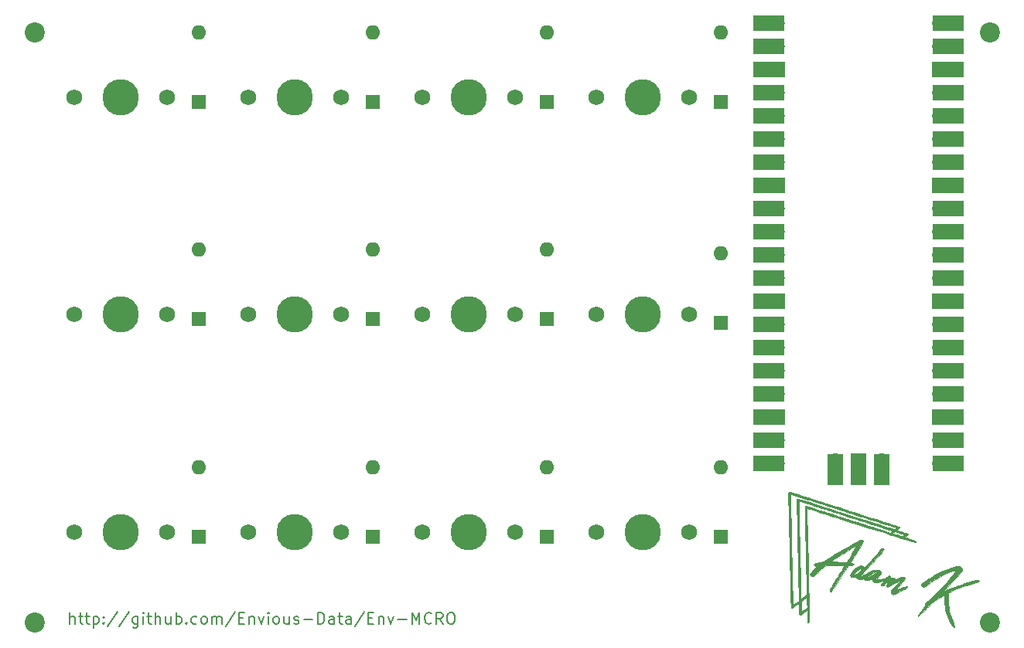
<source format=gts>
G04 #@! TF.GenerationSoftware,KiCad,Pcbnew,(5.1.9)-1*
G04 #@! TF.CreationDate,2021-05-03T11:05:32+01:00*
G04 #@! TF.ProjectId,EnvMCRO,456e764d-4352-44f2-9e6b-696361645f70,rev?*
G04 #@! TF.SameCoordinates,Original*
G04 #@! TF.FileFunction,Soldermask,Top*
G04 #@! TF.FilePolarity,Negative*
%FSLAX46Y46*%
G04 Gerber Fmt 4.6, Leading zero omitted, Abs format (unit mm)*
G04 Created by KiCad (PCBNEW (5.1.9)-1) date 2021-05-03 11:05:32*
%MOMM*%
%LPD*%
G01*
G04 APERTURE LIST*
%ADD10C,0.153000*%
%ADD11C,0.010000*%
%ADD12O,1.700000X1.700000*%
%ADD13R,1.700000X1.700000*%
%ADD14R,3.500000X1.700000*%
%ADD15R,1.700000X3.500000*%
%ADD16C,2.200000*%
%ADD17C,3.987800*%
%ADD18C,1.750000*%
%ADD19O,1.600000X1.600000*%
%ADD20R,1.600000X1.600000*%
G04 APERTURE END LIST*
D10*
X69787069Y-106140476D02*
X69787069Y-104890476D01*
X70322783Y-106140476D02*
X70322783Y-105485714D01*
X70263259Y-105366666D01*
X70144211Y-105307142D01*
X69965640Y-105307142D01*
X69846592Y-105366666D01*
X69787069Y-105426190D01*
X70739450Y-105307142D02*
X71215640Y-105307142D01*
X70918021Y-104890476D02*
X70918021Y-105961904D01*
X70977545Y-106080952D01*
X71096592Y-106140476D01*
X71215640Y-106140476D01*
X71453735Y-105307142D02*
X71929926Y-105307142D01*
X71632307Y-104890476D02*
X71632307Y-105961904D01*
X71691830Y-106080952D01*
X71810878Y-106140476D01*
X71929926Y-106140476D01*
X72346592Y-105307142D02*
X72346592Y-106557142D01*
X72346592Y-105366666D02*
X72465640Y-105307142D01*
X72703735Y-105307142D01*
X72822783Y-105366666D01*
X72882307Y-105426190D01*
X72941830Y-105545238D01*
X72941830Y-105902380D01*
X72882307Y-106021428D01*
X72822783Y-106080952D01*
X72703735Y-106140476D01*
X72465640Y-106140476D01*
X72346592Y-106080952D01*
X73477545Y-106021428D02*
X73537069Y-106080952D01*
X73477545Y-106140476D01*
X73418021Y-106080952D01*
X73477545Y-106021428D01*
X73477545Y-106140476D01*
X73477545Y-105366666D02*
X73537069Y-105426190D01*
X73477545Y-105485714D01*
X73418021Y-105426190D01*
X73477545Y-105366666D01*
X73477545Y-105485714D01*
X74965640Y-104830952D02*
X73894211Y-106438095D01*
X76275164Y-104830952D02*
X75203735Y-106438095D01*
X77227545Y-105307142D02*
X77227545Y-106319047D01*
X77168021Y-106438095D01*
X77108497Y-106497619D01*
X76989450Y-106557142D01*
X76810878Y-106557142D01*
X76691830Y-106497619D01*
X77227545Y-106080952D02*
X77108497Y-106140476D01*
X76870402Y-106140476D01*
X76751354Y-106080952D01*
X76691830Y-106021428D01*
X76632307Y-105902380D01*
X76632307Y-105545238D01*
X76691830Y-105426190D01*
X76751354Y-105366666D01*
X76870402Y-105307142D01*
X77108497Y-105307142D01*
X77227545Y-105366666D01*
X77822783Y-106140476D02*
X77822783Y-105307142D01*
X77822783Y-104890476D02*
X77763259Y-104950000D01*
X77822783Y-105009523D01*
X77882307Y-104950000D01*
X77822783Y-104890476D01*
X77822783Y-105009523D01*
X78239450Y-105307142D02*
X78715640Y-105307142D01*
X78418021Y-104890476D02*
X78418021Y-105961904D01*
X78477545Y-106080952D01*
X78596592Y-106140476D01*
X78715640Y-106140476D01*
X79132307Y-106140476D02*
X79132307Y-104890476D01*
X79668021Y-106140476D02*
X79668021Y-105485714D01*
X79608497Y-105366666D01*
X79489450Y-105307142D01*
X79310878Y-105307142D01*
X79191830Y-105366666D01*
X79132307Y-105426190D01*
X80798973Y-105307142D02*
X80798973Y-106140476D01*
X80263259Y-105307142D02*
X80263259Y-105961904D01*
X80322783Y-106080952D01*
X80441830Y-106140476D01*
X80620402Y-106140476D01*
X80739450Y-106080952D01*
X80798973Y-106021428D01*
X81394211Y-106140476D02*
X81394211Y-104890476D01*
X81394211Y-105366666D02*
X81513259Y-105307142D01*
X81751354Y-105307142D01*
X81870402Y-105366666D01*
X81929926Y-105426190D01*
X81989450Y-105545238D01*
X81989450Y-105902380D01*
X81929926Y-106021428D01*
X81870402Y-106080952D01*
X81751354Y-106140476D01*
X81513259Y-106140476D01*
X81394211Y-106080952D01*
X82525164Y-106021428D02*
X82584688Y-106080952D01*
X82525164Y-106140476D01*
X82465640Y-106080952D01*
X82525164Y-106021428D01*
X82525164Y-106140476D01*
X83656116Y-106080952D02*
X83537069Y-106140476D01*
X83298973Y-106140476D01*
X83179926Y-106080952D01*
X83120402Y-106021428D01*
X83060878Y-105902380D01*
X83060878Y-105545238D01*
X83120402Y-105426190D01*
X83179926Y-105366666D01*
X83298973Y-105307142D01*
X83537069Y-105307142D01*
X83656116Y-105366666D01*
X84370402Y-106140476D02*
X84251354Y-106080952D01*
X84191830Y-106021428D01*
X84132307Y-105902380D01*
X84132307Y-105545238D01*
X84191830Y-105426190D01*
X84251354Y-105366666D01*
X84370402Y-105307142D01*
X84548973Y-105307142D01*
X84668021Y-105366666D01*
X84727545Y-105426190D01*
X84787069Y-105545238D01*
X84787069Y-105902380D01*
X84727545Y-106021428D01*
X84668021Y-106080952D01*
X84548973Y-106140476D01*
X84370402Y-106140476D01*
X85322783Y-106140476D02*
X85322783Y-105307142D01*
X85322783Y-105426190D02*
X85382307Y-105366666D01*
X85501354Y-105307142D01*
X85679926Y-105307142D01*
X85798973Y-105366666D01*
X85858497Y-105485714D01*
X85858497Y-106140476D01*
X85858497Y-105485714D02*
X85918021Y-105366666D01*
X86037069Y-105307142D01*
X86215640Y-105307142D01*
X86334688Y-105366666D01*
X86394211Y-105485714D01*
X86394211Y-106140476D01*
X87882307Y-104830952D02*
X86810878Y-106438095D01*
X88298973Y-105485714D02*
X88715640Y-105485714D01*
X88894211Y-106140476D02*
X88298973Y-106140476D01*
X88298973Y-104890476D01*
X88894211Y-104890476D01*
X89429926Y-105307142D02*
X89429926Y-106140476D01*
X89429926Y-105426190D02*
X89489450Y-105366666D01*
X89608497Y-105307142D01*
X89787069Y-105307142D01*
X89906116Y-105366666D01*
X89965640Y-105485714D01*
X89965640Y-106140476D01*
X90441830Y-105307142D02*
X90739450Y-106140476D01*
X91037069Y-105307142D01*
X91513259Y-106140476D02*
X91513259Y-105307142D01*
X91513259Y-104890476D02*
X91453735Y-104950000D01*
X91513259Y-105009523D01*
X91572783Y-104950000D01*
X91513259Y-104890476D01*
X91513259Y-105009523D01*
X92287069Y-106140476D02*
X92168021Y-106080952D01*
X92108497Y-106021428D01*
X92048973Y-105902380D01*
X92048973Y-105545238D01*
X92108497Y-105426190D01*
X92168021Y-105366666D01*
X92287069Y-105307142D01*
X92465640Y-105307142D01*
X92584688Y-105366666D01*
X92644211Y-105426190D01*
X92703735Y-105545238D01*
X92703735Y-105902380D01*
X92644211Y-106021428D01*
X92584688Y-106080952D01*
X92465640Y-106140476D01*
X92287069Y-106140476D01*
X93775164Y-105307142D02*
X93775164Y-106140476D01*
X93239450Y-105307142D02*
X93239450Y-105961904D01*
X93298973Y-106080952D01*
X93418021Y-106140476D01*
X93596592Y-106140476D01*
X93715640Y-106080952D01*
X93775164Y-106021428D01*
X94310878Y-106080952D02*
X94429926Y-106140476D01*
X94668021Y-106140476D01*
X94787069Y-106080952D01*
X94846592Y-105961904D01*
X94846592Y-105902380D01*
X94787069Y-105783333D01*
X94668021Y-105723809D01*
X94489450Y-105723809D01*
X94370402Y-105664285D01*
X94310878Y-105545238D01*
X94310878Y-105485714D01*
X94370402Y-105366666D01*
X94489450Y-105307142D01*
X94668021Y-105307142D01*
X94787069Y-105366666D01*
X95382307Y-105664285D02*
X96334688Y-105664285D01*
X96929926Y-106140476D02*
X96929926Y-104890476D01*
X97227545Y-104890476D01*
X97406116Y-104950000D01*
X97525164Y-105069047D01*
X97584688Y-105188095D01*
X97644211Y-105426190D01*
X97644211Y-105604761D01*
X97584688Y-105842857D01*
X97525164Y-105961904D01*
X97406116Y-106080952D01*
X97227545Y-106140476D01*
X96929926Y-106140476D01*
X98715640Y-106140476D02*
X98715640Y-105485714D01*
X98656116Y-105366666D01*
X98537069Y-105307142D01*
X98298973Y-105307142D01*
X98179926Y-105366666D01*
X98715640Y-106080952D02*
X98596592Y-106140476D01*
X98298973Y-106140476D01*
X98179926Y-106080952D01*
X98120402Y-105961904D01*
X98120402Y-105842857D01*
X98179926Y-105723809D01*
X98298973Y-105664285D01*
X98596592Y-105664285D01*
X98715640Y-105604761D01*
X99132307Y-105307142D02*
X99608497Y-105307142D01*
X99310878Y-104890476D02*
X99310878Y-105961904D01*
X99370402Y-106080952D01*
X99489450Y-106140476D01*
X99608497Y-106140476D01*
X100560878Y-106140476D02*
X100560878Y-105485714D01*
X100501354Y-105366666D01*
X100382307Y-105307142D01*
X100144211Y-105307142D01*
X100025164Y-105366666D01*
X100560878Y-106080952D02*
X100441830Y-106140476D01*
X100144211Y-106140476D01*
X100025164Y-106080952D01*
X99965640Y-105961904D01*
X99965640Y-105842857D01*
X100025164Y-105723809D01*
X100144211Y-105664285D01*
X100441830Y-105664285D01*
X100560878Y-105604761D01*
X102048973Y-104830952D02*
X100977545Y-106438095D01*
X102465640Y-105485714D02*
X102882307Y-105485714D01*
X103060878Y-106140476D02*
X102465640Y-106140476D01*
X102465640Y-104890476D01*
X103060878Y-104890476D01*
X103596592Y-105307142D02*
X103596592Y-106140476D01*
X103596592Y-105426190D02*
X103656116Y-105366666D01*
X103775164Y-105307142D01*
X103953735Y-105307142D01*
X104072783Y-105366666D01*
X104132307Y-105485714D01*
X104132307Y-106140476D01*
X104608497Y-105307142D02*
X104906116Y-106140476D01*
X105203735Y-105307142D01*
X105679926Y-105664285D02*
X106632307Y-105664285D01*
X107227545Y-106140476D02*
X107227545Y-104890476D01*
X107644211Y-105783333D01*
X108060878Y-104890476D01*
X108060878Y-106140476D01*
X109370402Y-106021428D02*
X109310878Y-106080952D01*
X109132307Y-106140476D01*
X109013259Y-106140476D01*
X108834688Y-106080952D01*
X108715640Y-105961904D01*
X108656116Y-105842857D01*
X108596592Y-105604761D01*
X108596592Y-105426190D01*
X108656116Y-105188095D01*
X108715640Y-105069047D01*
X108834688Y-104950000D01*
X109013259Y-104890476D01*
X109132307Y-104890476D01*
X109310878Y-104950000D01*
X109370402Y-105009523D01*
X110620402Y-106140476D02*
X110203735Y-105545238D01*
X109906116Y-106140476D02*
X109906116Y-104890476D01*
X110382307Y-104890476D01*
X110501354Y-104950000D01*
X110560878Y-105009523D01*
X110620402Y-105128571D01*
X110620402Y-105307142D01*
X110560878Y-105426190D01*
X110501354Y-105485714D01*
X110382307Y-105545238D01*
X109906116Y-105545238D01*
X111394211Y-104890476D02*
X111632307Y-104890476D01*
X111751354Y-104950000D01*
X111870402Y-105069047D01*
X111929926Y-105307142D01*
X111929926Y-105723809D01*
X111870402Y-105961904D01*
X111751354Y-106080952D01*
X111632307Y-106140476D01*
X111394211Y-106140476D01*
X111275164Y-106080952D01*
X111156116Y-105961904D01*
X111096592Y-105723809D01*
X111096592Y-105307142D01*
X111156116Y-105069047D01*
X111275164Y-104950000D01*
X111394211Y-104890476D01*
D11*
G36*
X167137117Y-99820468D02*
G01*
X167160826Y-99827610D01*
X167296348Y-99900907D01*
X167404379Y-99998605D01*
X167462360Y-100098513D01*
X167466667Y-100128453D01*
X167442226Y-100247816D01*
X167366543Y-100397750D01*
X167236070Y-100583064D01*
X167047264Y-100808569D01*
X166796580Y-101079075D01*
X166670487Y-101208790D01*
X166426278Y-101459052D01*
X166195302Y-101699344D01*
X165984621Y-101922015D01*
X165801300Y-102119410D01*
X165652401Y-102283879D01*
X165544988Y-102407767D01*
X165486124Y-102483422D01*
X165477000Y-102501864D01*
X165486062Y-102511223D01*
X165519426Y-102508368D01*
X165586360Y-102490235D01*
X165696133Y-102453762D01*
X165858013Y-102395884D01*
X166081267Y-102313540D01*
X166344833Y-102215041D01*
X166691282Y-102086572D01*
X167056652Y-101953595D01*
X167416801Y-101824743D01*
X167747589Y-101708650D01*
X168024872Y-101613949D01*
X168038167Y-101609508D01*
X168161282Y-101570347D01*
X168338640Y-101516267D01*
X168543007Y-101455377D01*
X168747151Y-101395787D01*
X168923839Y-101345606D01*
X168931507Y-101343478D01*
X169072544Y-101322503D01*
X169184402Y-101336881D01*
X169256031Y-101376224D01*
X169276378Y-101430140D01*
X169234392Y-101488241D01*
X169135374Y-101535138D01*
X169039785Y-101568118D01*
X168891691Y-101621793D01*
X168717621Y-101686496D01*
X168652000Y-101711274D01*
X168449843Y-101781614D01*
X168238201Y-101845083D01*
X168056491Y-101890058D01*
X168024177Y-101896366D01*
X167773164Y-101955997D01*
X167469779Y-102050739D01*
X167134713Y-102172921D01*
X166788658Y-102314869D01*
X166452304Y-102468913D01*
X166368082Y-102510456D01*
X165891842Y-102749299D01*
X165923937Y-102905566D01*
X165935082Y-103005501D01*
X165943002Y-103169123D01*
X165947083Y-103375488D01*
X165946708Y-103603658D01*
X165945970Y-103654500D01*
X165949314Y-104038094D01*
X165975906Y-104390501D01*
X166029935Y-104730408D01*
X166115591Y-105076505D01*
X166237065Y-105447479D01*
X166398547Y-105862020D01*
X166488829Y-106075763D01*
X166551469Y-106229263D01*
X166597834Y-106358209D01*
X166619407Y-106438541D01*
X166620000Y-106446179D01*
X166595646Y-106505803D01*
X166532751Y-106506174D01*
X166446561Y-106453426D01*
X166352326Y-106353691D01*
X166336301Y-106332083D01*
X166166911Y-106058324D01*
X166000600Y-105721085D01*
X165845754Y-105341384D01*
X165710759Y-104940242D01*
X165603999Y-104538678D01*
X165583698Y-104445482D01*
X165553498Y-104245913D01*
X165531693Y-103990254D01*
X165520417Y-103706850D01*
X165519333Y-103590731D01*
X165516288Y-103378276D01*
X165507904Y-103202117D01*
X165495313Y-103077939D01*
X165479643Y-103021426D01*
X165478243Y-103020268D01*
X165437387Y-103014769D01*
X165366759Y-103036734D01*
X165258098Y-103090599D01*
X165103142Y-103180801D01*
X164893630Y-103311777D01*
X164686589Y-103445379D01*
X164511812Y-103563624D01*
X164343251Y-103688383D01*
X164171567Y-103828149D01*
X163987419Y-103991415D01*
X163781465Y-104186674D01*
X163544365Y-104422419D01*
X163266778Y-104707143D01*
X163048202Y-104935083D01*
X162879197Y-105105095D01*
X162749341Y-105221021D01*
X162662276Y-105280695D01*
X162621644Y-105281953D01*
X162631089Y-105222627D01*
X162656585Y-105167917D01*
X162704250Y-105090890D01*
X162791508Y-104963262D01*
X162906616Y-104801756D01*
X163037829Y-104623097D01*
X163059839Y-104593629D01*
X163207510Y-104391787D01*
X163308062Y-104241560D01*
X163368967Y-104129846D01*
X163397696Y-104043543D01*
X163402667Y-103992459D01*
X163408244Y-103927864D01*
X163432190Y-103867846D01*
X163485325Y-103799861D01*
X163578468Y-103711362D01*
X163722438Y-103589805D01*
X163815417Y-103513885D01*
X163985338Y-103367086D01*
X164200086Y-103167871D01*
X164448670Y-102927484D01*
X164720095Y-102657168D01*
X165003368Y-102368167D01*
X165287498Y-102071723D01*
X165561490Y-101779082D01*
X165814352Y-101501485D01*
X166035091Y-101250177D01*
X166078561Y-101199167D01*
X166311521Y-100916349D01*
X166484009Y-100689112D01*
X166597316Y-100515127D01*
X166652734Y-100392064D01*
X166651556Y-100317595D01*
X166595072Y-100289390D01*
X166583407Y-100289000D01*
X166494828Y-100305774D01*
X166347126Y-100351475D01*
X166157876Y-100419169D01*
X165944653Y-100501923D01*
X165725031Y-100592805D01*
X165516587Y-100684881D01*
X165336894Y-100771218D01*
X165265333Y-100808960D01*
X164650884Y-101165127D01*
X164081143Y-101535852D01*
X163539400Y-101929417D01*
X163385963Y-102038611D01*
X163273808Y-102093299D01*
X163182806Y-102097261D01*
X163092828Y-102054276D01*
X163048542Y-102021594D01*
X162967810Y-101943609D01*
X162941832Y-101870405D01*
X162975666Y-101791968D01*
X163074369Y-101698285D01*
X163243000Y-101579341D01*
X163286074Y-101551311D01*
X163476054Y-101427799D01*
X163675730Y-101296406D01*
X163850162Y-101180166D01*
X163894943Y-101149930D01*
X164186334Y-100964096D01*
X164508980Y-100778873D01*
X164852685Y-100598390D01*
X165207256Y-100426774D01*
X165562496Y-100268153D01*
X165908212Y-100126654D01*
X166234209Y-100006406D01*
X166530293Y-99911535D01*
X166786269Y-99846170D01*
X166991941Y-99814439D01*
X167137117Y-99820468D01*
G37*
X167137117Y-99820468D02*
X167160826Y-99827610D01*
X167296348Y-99900907D01*
X167404379Y-99998605D01*
X167462360Y-100098513D01*
X167466667Y-100128453D01*
X167442226Y-100247816D01*
X167366543Y-100397750D01*
X167236070Y-100583064D01*
X167047264Y-100808569D01*
X166796580Y-101079075D01*
X166670487Y-101208790D01*
X166426278Y-101459052D01*
X166195302Y-101699344D01*
X165984621Y-101922015D01*
X165801300Y-102119410D01*
X165652401Y-102283879D01*
X165544988Y-102407767D01*
X165486124Y-102483422D01*
X165477000Y-102501864D01*
X165486062Y-102511223D01*
X165519426Y-102508368D01*
X165586360Y-102490235D01*
X165696133Y-102453762D01*
X165858013Y-102395884D01*
X166081267Y-102313540D01*
X166344833Y-102215041D01*
X166691282Y-102086572D01*
X167056652Y-101953595D01*
X167416801Y-101824743D01*
X167747589Y-101708650D01*
X168024872Y-101613949D01*
X168038167Y-101609508D01*
X168161282Y-101570347D01*
X168338640Y-101516267D01*
X168543007Y-101455377D01*
X168747151Y-101395787D01*
X168923839Y-101345606D01*
X168931507Y-101343478D01*
X169072544Y-101322503D01*
X169184402Y-101336881D01*
X169256031Y-101376224D01*
X169276378Y-101430140D01*
X169234392Y-101488241D01*
X169135374Y-101535138D01*
X169039785Y-101568118D01*
X168891691Y-101621793D01*
X168717621Y-101686496D01*
X168652000Y-101711274D01*
X168449843Y-101781614D01*
X168238201Y-101845083D01*
X168056491Y-101890058D01*
X168024177Y-101896366D01*
X167773164Y-101955997D01*
X167469779Y-102050739D01*
X167134713Y-102172921D01*
X166788658Y-102314869D01*
X166452304Y-102468913D01*
X166368082Y-102510456D01*
X165891842Y-102749299D01*
X165923937Y-102905566D01*
X165935082Y-103005501D01*
X165943002Y-103169123D01*
X165947083Y-103375488D01*
X165946708Y-103603658D01*
X165945970Y-103654500D01*
X165949314Y-104038094D01*
X165975906Y-104390501D01*
X166029935Y-104730408D01*
X166115591Y-105076505D01*
X166237065Y-105447479D01*
X166398547Y-105862020D01*
X166488829Y-106075763D01*
X166551469Y-106229263D01*
X166597834Y-106358209D01*
X166619407Y-106438541D01*
X166620000Y-106446179D01*
X166595646Y-106505803D01*
X166532751Y-106506174D01*
X166446561Y-106453426D01*
X166352326Y-106353691D01*
X166336301Y-106332083D01*
X166166911Y-106058324D01*
X166000600Y-105721085D01*
X165845754Y-105341384D01*
X165710759Y-104940242D01*
X165603999Y-104538678D01*
X165583698Y-104445482D01*
X165553498Y-104245913D01*
X165531693Y-103990254D01*
X165520417Y-103706850D01*
X165519333Y-103590731D01*
X165516288Y-103378276D01*
X165507904Y-103202117D01*
X165495313Y-103077939D01*
X165479643Y-103021426D01*
X165478243Y-103020268D01*
X165437387Y-103014769D01*
X165366759Y-103036734D01*
X165258098Y-103090599D01*
X165103142Y-103180801D01*
X164893630Y-103311777D01*
X164686589Y-103445379D01*
X164511812Y-103563624D01*
X164343251Y-103688383D01*
X164171567Y-103828149D01*
X163987419Y-103991415D01*
X163781465Y-104186674D01*
X163544365Y-104422419D01*
X163266778Y-104707143D01*
X163048202Y-104935083D01*
X162879197Y-105105095D01*
X162749341Y-105221021D01*
X162662276Y-105280695D01*
X162621644Y-105281953D01*
X162631089Y-105222627D01*
X162656585Y-105167917D01*
X162704250Y-105090890D01*
X162791508Y-104963262D01*
X162906616Y-104801756D01*
X163037829Y-104623097D01*
X163059839Y-104593629D01*
X163207510Y-104391787D01*
X163308062Y-104241560D01*
X163368967Y-104129846D01*
X163397696Y-104043543D01*
X163402667Y-103992459D01*
X163408244Y-103927864D01*
X163432190Y-103867846D01*
X163485325Y-103799861D01*
X163578468Y-103711362D01*
X163722438Y-103589805D01*
X163815417Y-103513885D01*
X163985338Y-103367086D01*
X164200086Y-103167871D01*
X164448670Y-102927484D01*
X164720095Y-102657168D01*
X165003368Y-102368167D01*
X165287498Y-102071723D01*
X165561490Y-101779082D01*
X165814352Y-101501485D01*
X166035091Y-101250177D01*
X166078561Y-101199167D01*
X166311521Y-100916349D01*
X166484009Y-100689112D01*
X166597316Y-100515127D01*
X166652734Y-100392064D01*
X166651556Y-100317595D01*
X166595072Y-100289390D01*
X166583407Y-100289000D01*
X166494828Y-100305774D01*
X166347126Y-100351475D01*
X166157876Y-100419169D01*
X165944653Y-100501923D01*
X165725031Y-100592805D01*
X165516587Y-100684881D01*
X165336894Y-100771218D01*
X165265333Y-100808960D01*
X164650884Y-101165127D01*
X164081143Y-101535852D01*
X163539400Y-101929417D01*
X163385963Y-102038611D01*
X163273808Y-102093299D01*
X163182806Y-102097261D01*
X163092828Y-102054276D01*
X163048542Y-102021594D01*
X162967810Y-101943609D01*
X162941832Y-101870405D01*
X162975666Y-101791968D01*
X163074369Y-101698285D01*
X163243000Y-101579341D01*
X163286074Y-101551311D01*
X163476054Y-101427799D01*
X163675730Y-101296406D01*
X163850162Y-101180166D01*
X163894943Y-101149930D01*
X164186334Y-100964096D01*
X164508980Y-100778873D01*
X164852685Y-100598390D01*
X165207256Y-100426774D01*
X165562496Y-100268153D01*
X165908212Y-100126654D01*
X166234209Y-100006406D01*
X166530293Y-99911535D01*
X166786269Y-99846170D01*
X166991941Y-99814439D01*
X167137117Y-99820468D01*
G36*
X148645260Y-91709519D02*
G01*
X148859878Y-91767047D01*
X149153001Y-91855418D01*
X149290942Y-91898987D01*
X149537994Y-91977775D01*
X149847456Y-92076379D01*
X150201048Y-92188979D01*
X150580487Y-92309756D01*
X150967492Y-92432888D01*
X151343781Y-92552557D01*
X151443500Y-92584259D01*
X151802699Y-92698540D01*
X152167956Y-92814920D01*
X152523121Y-92928242D01*
X152852043Y-93033348D01*
X153138573Y-93125078D01*
X153366559Y-93198276D01*
X153433167Y-93219734D01*
X153568100Y-93263061D01*
X153775485Y-93329383D01*
X154047076Y-93416079D01*
X154374628Y-93520526D01*
X154749895Y-93640099D01*
X155164630Y-93772178D01*
X155610589Y-93914138D01*
X156079526Y-94063357D01*
X156563195Y-94217212D01*
X157053349Y-94373081D01*
X157541744Y-94528339D01*
X158020134Y-94680366D01*
X158480272Y-94826537D01*
X158913914Y-94964230D01*
X159312813Y-95090823D01*
X159668724Y-95203691D01*
X159973400Y-95300213D01*
X160058333Y-95327094D01*
X160275467Y-95399884D01*
X160445611Y-95465188D01*
X160557047Y-95518100D01*
X160597942Y-95552846D01*
X160571996Y-95608678D01*
X160494213Y-95687282D01*
X160431743Y-95735683D01*
X160339674Y-95807522D01*
X160292911Y-95858304D01*
X160294300Y-95872838D01*
X160346774Y-95889459D01*
X160464603Y-95926630D01*
X160632380Y-95979495D01*
X160834695Y-96043199D01*
X160924522Y-96071471D01*
X161134520Y-96140174D01*
X161313754Y-96203776D01*
X161447517Y-96256672D01*
X161521102Y-96293256D01*
X161530542Y-96302460D01*
X161507798Y-96350775D01*
X161433203Y-96425039D01*
X161371251Y-96473710D01*
X161271395Y-96552119D01*
X161207840Y-96613677D01*
X161195932Y-96634289D01*
X161233724Y-96658337D01*
X161338533Y-96701807D01*
X161496380Y-96759466D01*
X161693287Y-96826082D01*
X161801368Y-96860906D01*
X162069866Y-96949713D01*
X162258599Y-97020760D01*
X162370331Y-97075203D01*
X162407821Y-97114201D01*
X162407833Y-97114770D01*
X162407090Y-97143615D01*
X162401077Y-97166682D01*
X162384113Y-97182458D01*
X162350522Y-97189435D01*
X162294623Y-97186101D01*
X162210740Y-97170945D01*
X162093192Y-97142459D01*
X161936303Y-97099130D01*
X161734393Y-97039448D01*
X161481783Y-96961903D01*
X161172795Y-96864984D01*
X160801751Y-96747181D01*
X160362972Y-96606983D01*
X159850780Y-96442880D01*
X159698500Y-96394064D01*
X159116993Y-96207948D01*
X159820164Y-96207948D01*
X159820531Y-96212976D01*
X159867383Y-96234198D01*
X159975932Y-96274364D01*
X160127076Y-96327126D01*
X160301710Y-96386138D01*
X160480731Y-96445053D01*
X160645035Y-96497524D01*
X160775519Y-96537205D01*
X160853079Y-96557749D01*
X160862667Y-96559204D01*
X160935151Y-96536844D01*
X161032986Y-96476499D01*
X161053167Y-96460883D01*
X161129739Y-96390246D01*
X161139814Y-96350532D01*
X161116667Y-96336457D01*
X161053126Y-96315640D01*
X160927064Y-96275271D01*
X160756732Y-96221168D01*
X160560404Y-96159155D01*
X160067642Y-96003916D01*
X159936508Y-96100868D01*
X159856696Y-96165913D01*
X159820164Y-96207948D01*
X159116993Y-96207948D01*
X158875245Y-96130575D01*
X157989660Y-95847949D01*
X157037105Y-95544710D01*
X156012942Y-95219380D01*
X154914833Y-94871212D01*
X154712826Y-94807102D01*
X154446308Y-94722346D01*
X154131412Y-94622085D01*
X153784272Y-94511457D01*
X153421021Y-94395604D01*
X153057792Y-94279664D01*
X152925167Y-94237306D01*
X152420908Y-94076273D01*
X151991241Y-93939230D01*
X151630127Y-93824339D01*
X151331527Y-93729763D01*
X151089401Y-93653665D01*
X150897710Y-93594208D01*
X150750415Y-93549554D01*
X150641476Y-93517866D01*
X150564853Y-93497308D01*
X150514509Y-93486041D01*
X150484403Y-93482230D01*
X150468496Y-93484035D01*
X150462168Y-93488054D01*
X150457872Y-93534414D01*
X150455802Y-93657025D01*
X150455866Y-93847503D01*
X150457969Y-94097463D01*
X150462020Y-94398520D01*
X150467924Y-94742292D01*
X150475588Y-95120393D01*
X150484696Y-95515262D01*
X150513304Y-96701014D01*
X150539665Y-97821426D01*
X150563757Y-98875233D01*
X150585560Y-99861167D01*
X150605051Y-100777964D01*
X150622210Y-101624356D01*
X150637016Y-102399077D01*
X150649448Y-103100862D01*
X150659484Y-103728443D01*
X150667103Y-104280556D01*
X150672284Y-104755932D01*
X150675007Y-105153307D01*
X150675249Y-105471414D01*
X150672990Y-105708986D01*
X150668208Y-105864758D01*
X150660883Y-105937464D01*
X150658811Y-105942334D01*
X150586328Y-106000140D01*
X150522984Y-105979415D01*
X150519222Y-105975778D01*
X150509457Y-105925716D01*
X150501156Y-105806315D01*
X150494958Y-105632898D01*
X150491502Y-105420789D01*
X150491000Y-105298444D01*
X150489607Y-105074861D01*
X150485764Y-104884565D01*
X150479978Y-104742030D01*
X150472752Y-104661728D01*
X150468349Y-104649333D01*
X150427371Y-104673299D01*
X150333934Y-104738192D01*
X150202829Y-104833505D01*
X150079628Y-104925454D01*
X149926647Y-105036569D01*
X149796179Y-105123400D01*
X149703974Y-105175949D01*
X149668362Y-105186588D01*
X149648711Y-105138698D01*
X149630903Y-105013255D01*
X149615635Y-104817365D01*
X149603606Y-104558133D01*
X149602000Y-104510345D01*
X149580833Y-103849089D01*
X149185058Y-104147652D01*
X148988389Y-104290265D01*
X148850571Y-104376649D01*
X148768699Y-104408491D01*
X148745856Y-104402789D01*
X148735483Y-104350935D01*
X148724428Y-104217262D01*
X148712796Y-104004614D01*
X148700691Y-103715834D01*
X148688218Y-103353768D01*
X148675482Y-102921259D01*
X148662587Y-102421151D01*
X148649639Y-101856288D01*
X148646289Y-101699765D01*
X148625691Y-100726745D01*
X148606641Y-99833003D01*
X148589016Y-99013167D01*
X148572692Y-98261865D01*
X148557546Y-97573723D01*
X148543454Y-96943371D01*
X148530293Y-96365435D01*
X148517938Y-95834543D01*
X148506267Y-95345324D01*
X148495156Y-94892404D01*
X148484482Y-94470412D01*
X148474120Y-94073976D01*
X148463948Y-93697722D01*
X148454306Y-93352672D01*
X148441620Y-92865094D01*
X148433637Y-92461890D01*
X148430359Y-92142894D01*
X148430729Y-92081748D01*
X148635759Y-92081748D01*
X148638997Y-92238587D01*
X148647694Y-92466743D01*
X148648390Y-92483587D01*
X148653163Y-92621609D01*
X148659323Y-92836180D01*
X148666685Y-93119196D01*
X148675064Y-93462555D01*
X148684275Y-93858154D01*
X148694132Y-94297889D01*
X148704452Y-94773657D01*
X148715049Y-95277356D01*
X148725738Y-95800882D01*
X148736230Y-96330833D01*
X148747446Y-96898542D01*
X148759200Y-97478829D01*
X148771246Y-98060446D01*
X148783341Y-98632145D01*
X148795238Y-99182680D01*
X148806693Y-99700802D01*
X148817462Y-100175264D01*
X148827299Y-100594818D01*
X148835961Y-100948217D01*
X148840805Y-101135667D01*
X148850646Y-101525607D01*
X148859655Y-101920275D01*
X148867539Y-102303906D01*
X148874006Y-102660737D01*
X148878764Y-102975004D01*
X148881519Y-103230944D01*
X148882100Y-103361694D01*
X148883733Y-103593504D01*
X148888096Y-103794763D01*
X148894631Y-103950604D01*
X148902781Y-104046159D01*
X148908586Y-104068808D01*
X148951044Y-104056020D01*
X149044325Y-104000461D01*
X149172900Y-103911957D01*
X149267923Y-103841506D01*
X149482073Y-103678487D01*
X149813667Y-103678487D01*
X149813667Y-104864052D01*
X149952606Y-104767276D01*
X150068218Y-104684815D01*
X150210251Y-104580946D01*
X150289011Y-104522333D01*
X150486477Y-104374167D01*
X150461684Y-103802667D01*
X150452224Y-103592991D01*
X150443580Y-103416690D01*
X150436574Y-103289452D01*
X150432026Y-103226970D01*
X150431339Y-103223254D01*
X150397651Y-103243426D01*
X150312010Y-103304096D01*
X150189694Y-103394295D01*
X150119726Y-103446914D01*
X149813667Y-103678487D01*
X149482073Y-103678487D01*
X149601007Y-103587950D01*
X149578791Y-103155558D01*
X149574772Y-103051411D01*
X149569281Y-102869179D01*
X149562469Y-102615431D01*
X149554485Y-102296734D01*
X149545481Y-101919655D01*
X149535606Y-101490762D01*
X149525012Y-101016622D01*
X149513847Y-100503803D01*
X149502264Y-99958871D01*
X149490411Y-99388395D01*
X149478440Y-98798941D01*
X149474376Y-98595667D01*
X149462137Y-97985110D01*
X149449854Y-97379982D01*
X149437693Y-96788087D01*
X149425823Y-96217227D01*
X149414409Y-95675207D01*
X149403618Y-95169829D01*
X149393617Y-94708897D01*
X149384572Y-94300213D01*
X149376652Y-93951583D01*
X149370022Y-93670807D01*
X149364849Y-93465691D01*
X149364199Y-93441583D01*
X149355974Y-93110386D01*
X149351748Y-92856401D01*
X149568042Y-92856401D01*
X149568823Y-93058031D01*
X149571611Y-93330494D01*
X149576320Y-93669188D01*
X149582865Y-94069511D01*
X149591159Y-94526862D01*
X149601116Y-95036640D01*
X149612650Y-95594243D01*
X149625675Y-96195070D01*
X149640106Y-96834520D01*
X149655855Y-97507991D01*
X149672836Y-98210881D01*
X149686591Y-98765000D01*
X149697626Y-99217521D01*
X149709451Y-99725353D01*
X149721487Y-100262069D01*
X149733157Y-100801243D01*
X149743879Y-101316449D01*
X149753075Y-101781260D01*
X149755417Y-101905184D01*
X149784386Y-103457868D01*
X150116526Y-103205032D01*
X150283752Y-103071721D01*
X150388188Y-102972283D01*
X150439386Y-102896596D01*
X150448667Y-102853103D01*
X150447626Y-102789967D01*
X150444660Y-102651880D01*
X150439996Y-102448530D01*
X150433866Y-102189605D01*
X150426500Y-101884792D01*
X150418127Y-101543781D01*
X150408979Y-101176258D01*
X150406221Y-101066422D01*
X150399722Y-100802381D01*
X150392040Y-100480780D01*
X150383340Y-100109056D01*
X150373783Y-99694646D01*
X150363532Y-99244989D01*
X150352750Y-98767520D01*
X150341599Y-98269679D01*
X150330241Y-97758901D01*
X150318840Y-97242625D01*
X150307557Y-96728287D01*
X150296555Y-96223326D01*
X150285998Y-95735179D01*
X150276046Y-95271282D01*
X150266863Y-94839074D01*
X150258612Y-94445991D01*
X150251454Y-94099472D01*
X150245553Y-93806953D01*
X150241071Y-93575873D01*
X150238170Y-93413667D01*
X150237014Y-93327774D01*
X150237000Y-93322938D01*
X150260643Y-93238080D01*
X150305207Y-93219333D01*
X150357373Y-93231862D01*
X150482166Y-93267779D01*
X150671603Y-93324581D01*
X150917702Y-93399764D01*
X151212477Y-93490825D01*
X151547947Y-93595261D01*
X151916129Y-93710567D01*
X152309038Y-93834241D01*
X152718692Y-93963779D01*
X153137108Y-94096678D01*
X153556302Y-94230433D01*
X153968291Y-94362542D01*
X154365092Y-94490500D01*
X154555000Y-94552043D01*
X154743814Y-94612997D01*
X154997264Y-94694306D01*
X155299246Y-94790830D01*
X155633657Y-94897432D01*
X155984395Y-95008974D01*
X156335357Y-95120317D01*
X156417667Y-95146386D01*
X156790949Y-95264735D01*
X157189978Y-95391530D01*
X157593580Y-95520023D01*
X157980581Y-95643468D01*
X158329809Y-95755117D01*
X158620090Y-95848222D01*
X158627466Y-95850594D01*
X159546099Y-96145998D01*
X159675507Y-96050323D01*
X159750504Y-95982449D01*
X159776648Y-95932220D01*
X159772874Y-95924369D01*
X159726977Y-95905596D01*
X159608711Y-95864182D01*
X159426472Y-95802883D01*
X159188659Y-95724456D01*
X158903670Y-95631657D01*
X158579901Y-95527243D01*
X158225750Y-95413971D01*
X157984000Y-95337141D01*
X157567477Y-95205016D01*
X157135894Y-95067970D01*
X156704754Y-94930936D01*
X156289559Y-94798846D01*
X155905811Y-94676631D01*
X155569014Y-94569226D01*
X155294669Y-94481562D01*
X155253500Y-94468382D01*
X154963055Y-94375498D01*
X154611603Y-94263313D01*
X154218848Y-94138103D01*
X153804495Y-94006146D01*
X153388247Y-93873719D01*
X152989809Y-93747100D01*
X152861667Y-93706414D01*
X152477188Y-93584252D01*
X152071207Y-93455044D01*
X151662759Y-93324865D01*
X151270883Y-93199788D01*
X150914615Y-93085886D01*
X150612994Y-92989232D01*
X150519213Y-92959108D01*
X150254635Y-92875267D01*
X150017688Y-92802503D01*
X149819965Y-92744188D01*
X149673056Y-92703689D01*
X149588556Y-92684378D01*
X149572847Y-92684041D01*
X149569355Y-92730204D01*
X149568042Y-92856401D01*
X149351748Y-92856401D01*
X149351727Y-92855148D01*
X149351684Y-92667246D01*
X149356069Y-92538056D01*
X149365108Y-92458954D01*
X149379025Y-92421316D01*
X149390981Y-92415000D01*
X149401413Y-92415380D01*
X149416089Y-92417424D01*
X149439312Y-92422485D01*
X149475383Y-92431918D01*
X149528604Y-92447078D01*
X149603277Y-92469318D01*
X149703703Y-92499993D01*
X149834184Y-92540458D01*
X149999022Y-92592067D01*
X150202519Y-92656174D01*
X150448976Y-92734134D01*
X150742696Y-92827300D01*
X151087979Y-92937028D01*
X151489128Y-93064671D01*
X151950445Y-93211584D01*
X152476231Y-93379122D01*
X153070788Y-93568638D01*
X153738418Y-93781487D01*
X154301000Y-93960860D01*
X155102614Y-94216409D01*
X155827325Y-94447351D01*
X156478872Y-94654862D01*
X157060996Y-94840121D01*
X157577438Y-95004304D01*
X158031937Y-95148590D01*
X158428236Y-95274157D01*
X158770073Y-95382181D01*
X159061191Y-95473841D01*
X159305328Y-95550315D01*
X159506226Y-95612779D01*
X159667625Y-95662413D01*
X159793266Y-95700393D01*
X159886889Y-95727897D01*
X159952235Y-95746104D01*
X159993044Y-95756190D01*
X160013057Y-95759333D01*
X160013178Y-95759333D01*
X160082023Y-95734917D01*
X160169154Y-95678306D01*
X160272163Y-95597280D01*
X160133498Y-95553745D01*
X160061313Y-95530889D01*
X159918796Y-95485596D01*
X159716278Y-95421156D01*
X159464090Y-95340857D01*
X159172563Y-95247990D01*
X158852029Y-95145843D01*
X158576667Y-95058063D01*
X158215182Y-94942873D01*
X157852389Y-94827376D01*
X157502990Y-94716246D01*
X157181692Y-94614155D01*
X156903197Y-94525777D01*
X156682210Y-94455786D01*
X156587000Y-94425715D01*
X156402138Y-94367271D01*
X156151973Y-94287954D01*
X155851860Y-94192645D01*
X155517151Y-94086222D01*
X155163199Y-93973567D01*
X154805357Y-93859558D01*
X154660833Y-93813477D01*
X154066241Y-93623851D01*
X153544200Y-93457371D01*
X153086595Y-93311453D01*
X152685317Y-93183515D01*
X152332251Y-93070971D01*
X152019286Y-92971238D01*
X151738309Y-92881732D01*
X151481209Y-92799870D01*
X151239873Y-92723067D01*
X151006188Y-92648739D01*
X150772042Y-92574303D01*
X150529324Y-92497175D01*
X150269920Y-92414771D01*
X150110000Y-92363978D01*
X149786938Y-92261432D01*
X149487491Y-92166492D01*
X149221781Y-92082361D01*
X148999932Y-92012239D01*
X148832069Y-91959328D01*
X148728316Y-91926828D01*
X148700282Y-91918232D01*
X148670241Y-91914468D01*
X148650237Y-91932155D01*
X148639124Y-91983759D01*
X148635759Y-92081748D01*
X148430729Y-92081748D01*
X148431784Y-91907943D01*
X148437912Y-91756873D01*
X148448744Y-91689522D01*
X148450637Y-91686763D01*
X148508921Y-91682777D01*
X148645260Y-91709519D01*
G37*
X148645260Y-91709519D02*
X148859878Y-91767047D01*
X149153001Y-91855418D01*
X149290942Y-91898987D01*
X149537994Y-91977775D01*
X149847456Y-92076379D01*
X150201048Y-92188979D01*
X150580487Y-92309756D01*
X150967492Y-92432888D01*
X151343781Y-92552557D01*
X151443500Y-92584259D01*
X151802699Y-92698540D01*
X152167956Y-92814920D01*
X152523121Y-92928242D01*
X152852043Y-93033348D01*
X153138573Y-93125078D01*
X153366559Y-93198276D01*
X153433167Y-93219734D01*
X153568100Y-93263061D01*
X153775485Y-93329383D01*
X154047076Y-93416079D01*
X154374628Y-93520526D01*
X154749895Y-93640099D01*
X155164630Y-93772178D01*
X155610589Y-93914138D01*
X156079526Y-94063357D01*
X156563195Y-94217212D01*
X157053349Y-94373081D01*
X157541744Y-94528339D01*
X158020134Y-94680366D01*
X158480272Y-94826537D01*
X158913914Y-94964230D01*
X159312813Y-95090823D01*
X159668724Y-95203691D01*
X159973400Y-95300213D01*
X160058333Y-95327094D01*
X160275467Y-95399884D01*
X160445611Y-95465188D01*
X160557047Y-95518100D01*
X160597942Y-95552846D01*
X160571996Y-95608678D01*
X160494213Y-95687282D01*
X160431743Y-95735683D01*
X160339674Y-95807522D01*
X160292911Y-95858304D01*
X160294300Y-95872838D01*
X160346774Y-95889459D01*
X160464603Y-95926630D01*
X160632380Y-95979495D01*
X160834695Y-96043199D01*
X160924522Y-96071471D01*
X161134520Y-96140174D01*
X161313754Y-96203776D01*
X161447517Y-96256672D01*
X161521102Y-96293256D01*
X161530542Y-96302460D01*
X161507798Y-96350775D01*
X161433203Y-96425039D01*
X161371251Y-96473710D01*
X161271395Y-96552119D01*
X161207840Y-96613677D01*
X161195932Y-96634289D01*
X161233724Y-96658337D01*
X161338533Y-96701807D01*
X161496380Y-96759466D01*
X161693287Y-96826082D01*
X161801368Y-96860906D01*
X162069866Y-96949713D01*
X162258599Y-97020760D01*
X162370331Y-97075203D01*
X162407821Y-97114201D01*
X162407833Y-97114770D01*
X162407090Y-97143615D01*
X162401077Y-97166682D01*
X162384113Y-97182458D01*
X162350522Y-97189435D01*
X162294623Y-97186101D01*
X162210740Y-97170945D01*
X162093192Y-97142459D01*
X161936303Y-97099130D01*
X161734393Y-97039448D01*
X161481783Y-96961903D01*
X161172795Y-96864984D01*
X160801751Y-96747181D01*
X160362972Y-96606983D01*
X159850780Y-96442880D01*
X159698500Y-96394064D01*
X159116993Y-96207948D01*
X159820164Y-96207948D01*
X159820531Y-96212976D01*
X159867383Y-96234198D01*
X159975932Y-96274364D01*
X160127076Y-96327126D01*
X160301710Y-96386138D01*
X160480731Y-96445053D01*
X160645035Y-96497524D01*
X160775519Y-96537205D01*
X160853079Y-96557749D01*
X160862667Y-96559204D01*
X160935151Y-96536844D01*
X161032986Y-96476499D01*
X161053167Y-96460883D01*
X161129739Y-96390246D01*
X161139814Y-96350532D01*
X161116667Y-96336457D01*
X161053126Y-96315640D01*
X160927064Y-96275271D01*
X160756732Y-96221168D01*
X160560404Y-96159155D01*
X160067642Y-96003916D01*
X159936508Y-96100868D01*
X159856696Y-96165913D01*
X159820164Y-96207948D01*
X159116993Y-96207948D01*
X158875245Y-96130575D01*
X157989660Y-95847949D01*
X157037105Y-95544710D01*
X156012942Y-95219380D01*
X154914833Y-94871212D01*
X154712826Y-94807102D01*
X154446308Y-94722346D01*
X154131412Y-94622085D01*
X153784272Y-94511457D01*
X153421021Y-94395604D01*
X153057792Y-94279664D01*
X152925167Y-94237306D01*
X152420908Y-94076273D01*
X151991241Y-93939230D01*
X151630127Y-93824339D01*
X151331527Y-93729763D01*
X151089401Y-93653665D01*
X150897710Y-93594208D01*
X150750415Y-93549554D01*
X150641476Y-93517866D01*
X150564853Y-93497308D01*
X150514509Y-93486041D01*
X150484403Y-93482230D01*
X150468496Y-93484035D01*
X150462168Y-93488054D01*
X150457872Y-93534414D01*
X150455802Y-93657025D01*
X150455866Y-93847503D01*
X150457969Y-94097463D01*
X150462020Y-94398520D01*
X150467924Y-94742292D01*
X150475588Y-95120393D01*
X150484696Y-95515262D01*
X150513304Y-96701014D01*
X150539665Y-97821426D01*
X150563757Y-98875233D01*
X150585560Y-99861167D01*
X150605051Y-100777964D01*
X150622210Y-101624356D01*
X150637016Y-102399077D01*
X150649448Y-103100862D01*
X150659484Y-103728443D01*
X150667103Y-104280556D01*
X150672284Y-104755932D01*
X150675007Y-105153307D01*
X150675249Y-105471414D01*
X150672990Y-105708986D01*
X150668208Y-105864758D01*
X150660883Y-105937464D01*
X150658811Y-105942334D01*
X150586328Y-106000140D01*
X150522984Y-105979415D01*
X150519222Y-105975778D01*
X150509457Y-105925716D01*
X150501156Y-105806315D01*
X150494958Y-105632898D01*
X150491502Y-105420789D01*
X150491000Y-105298444D01*
X150489607Y-105074861D01*
X150485764Y-104884565D01*
X150479978Y-104742030D01*
X150472752Y-104661728D01*
X150468349Y-104649333D01*
X150427371Y-104673299D01*
X150333934Y-104738192D01*
X150202829Y-104833505D01*
X150079628Y-104925454D01*
X149926647Y-105036569D01*
X149796179Y-105123400D01*
X149703974Y-105175949D01*
X149668362Y-105186588D01*
X149648711Y-105138698D01*
X149630903Y-105013255D01*
X149615635Y-104817365D01*
X149603606Y-104558133D01*
X149602000Y-104510345D01*
X149580833Y-103849089D01*
X149185058Y-104147652D01*
X148988389Y-104290265D01*
X148850571Y-104376649D01*
X148768699Y-104408491D01*
X148745856Y-104402789D01*
X148735483Y-104350935D01*
X148724428Y-104217262D01*
X148712796Y-104004614D01*
X148700691Y-103715834D01*
X148688218Y-103353768D01*
X148675482Y-102921259D01*
X148662587Y-102421151D01*
X148649639Y-101856288D01*
X148646289Y-101699765D01*
X148625691Y-100726745D01*
X148606641Y-99833003D01*
X148589016Y-99013167D01*
X148572692Y-98261865D01*
X148557546Y-97573723D01*
X148543454Y-96943371D01*
X148530293Y-96365435D01*
X148517938Y-95834543D01*
X148506267Y-95345324D01*
X148495156Y-94892404D01*
X148484482Y-94470412D01*
X148474120Y-94073976D01*
X148463948Y-93697722D01*
X148454306Y-93352672D01*
X148441620Y-92865094D01*
X148433637Y-92461890D01*
X148430359Y-92142894D01*
X148430729Y-92081748D01*
X148635759Y-92081748D01*
X148638997Y-92238587D01*
X148647694Y-92466743D01*
X148648390Y-92483587D01*
X148653163Y-92621609D01*
X148659323Y-92836180D01*
X148666685Y-93119196D01*
X148675064Y-93462555D01*
X148684275Y-93858154D01*
X148694132Y-94297889D01*
X148704452Y-94773657D01*
X148715049Y-95277356D01*
X148725738Y-95800882D01*
X148736230Y-96330833D01*
X148747446Y-96898542D01*
X148759200Y-97478829D01*
X148771246Y-98060446D01*
X148783341Y-98632145D01*
X148795238Y-99182680D01*
X148806693Y-99700802D01*
X148817462Y-100175264D01*
X148827299Y-100594818D01*
X148835961Y-100948217D01*
X148840805Y-101135667D01*
X148850646Y-101525607D01*
X148859655Y-101920275D01*
X148867539Y-102303906D01*
X148874006Y-102660737D01*
X148878764Y-102975004D01*
X148881519Y-103230944D01*
X148882100Y-103361694D01*
X148883733Y-103593504D01*
X148888096Y-103794763D01*
X148894631Y-103950604D01*
X148902781Y-104046159D01*
X148908586Y-104068808D01*
X148951044Y-104056020D01*
X149044325Y-104000461D01*
X149172900Y-103911957D01*
X149267923Y-103841506D01*
X149482073Y-103678487D01*
X149813667Y-103678487D01*
X149813667Y-104864052D01*
X149952606Y-104767276D01*
X150068218Y-104684815D01*
X150210251Y-104580946D01*
X150289011Y-104522333D01*
X150486477Y-104374167D01*
X150461684Y-103802667D01*
X150452224Y-103592991D01*
X150443580Y-103416690D01*
X150436574Y-103289452D01*
X150432026Y-103226970D01*
X150431339Y-103223254D01*
X150397651Y-103243426D01*
X150312010Y-103304096D01*
X150189694Y-103394295D01*
X150119726Y-103446914D01*
X149813667Y-103678487D01*
X149482073Y-103678487D01*
X149601007Y-103587950D01*
X149578791Y-103155558D01*
X149574772Y-103051411D01*
X149569281Y-102869179D01*
X149562469Y-102615431D01*
X149554485Y-102296734D01*
X149545481Y-101919655D01*
X149535606Y-101490762D01*
X149525012Y-101016622D01*
X149513847Y-100503803D01*
X149502264Y-99958871D01*
X149490411Y-99388395D01*
X149478440Y-98798941D01*
X149474376Y-98595667D01*
X149462137Y-97985110D01*
X149449854Y-97379982D01*
X149437693Y-96788087D01*
X149425823Y-96217227D01*
X149414409Y-95675207D01*
X149403618Y-95169829D01*
X149393617Y-94708897D01*
X149384572Y-94300213D01*
X149376652Y-93951583D01*
X149370022Y-93670807D01*
X149364849Y-93465691D01*
X149364199Y-93441583D01*
X149355974Y-93110386D01*
X149351748Y-92856401D01*
X149568042Y-92856401D01*
X149568823Y-93058031D01*
X149571611Y-93330494D01*
X149576320Y-93669188D01*
X149582865Y-94069511D01*
X149591159Y-94526862D01*
X149601116Y-95036640D01*
X149612650Y-95594243D01*
X149625675Y-96195070D01*
X149640106Y-96834520D01*
X149655855Y-97507991D01*
X149672836Y-98210881D01*
X149686591Y-98765000D01*
X149697626Y-99217521D01*
X149709451Y-99725353D01*
X149721487Y-100262069D01*
X149733157Y-100801243D01*
X149743879Y-101316449D01*
X149753075Y-101781260D01*
X149755417Y-101905184D01*
X149784386Y-103457868D01*
X150116526Y-103205032D01*
X150283752Y-103071721D01*
X150388188Y-102972283D01*
X150439386Y-102896596D01*
X150448667Y-102853103D01*
X150447626Y-102789967D01*
X150444660Y-102651880D01*
X150439996Y-102448530D01*
X150433866Y-102189605D01*
X150426500Y-101884792D01*
X150418127Y-101543781D01*
X150408979Y-101176258D01*
X150406221Y-101066422D01*
X150399722Y-100802381D01*
X150392040Y-100480780D01*
X150383340Y-100109056D01*
X150373783Y-99694646D01*
X150363532Y-99244989D01*
X150352750Y-98767520D01*
X150341599Y-98269679D01*
X150330241Y-97758901D01*
X150318840Y-97242625D01*
X150307557Y-96728287D01*
X150296555Y-96223326D01*
X150285998Y-95735179D01*
X150276046Y-95271282D01*
X150266863Y-94839074D01*
X150258612Y-94445991D01*
X150251454Y-94099472D01*
X150245553Y-93806953D01*
X150241071Y-93575873D01*
X150238170Y-93413667D01*
X150237014Y-93327774D01*
X150237000Y-93322938D01*
X150260643Y-93238080D01*
X150305207Y-93219333D01*
X150357373Y-93231862D01*
X150482166Y-93267779D01*
X150671603Y-93324581D01*
X150917702Y-93399764D01*
X151212477Y-93490825D01*
X151547947Y-93595261D01*
X151916129Y-93710567D01*
X152309038Y-93834241D01*
X152718692Y-93963779D01*
X153137108Y-94096678D01*
X153556302Y-94230433D01*
X153968291Y-94362542D01*
X154365092Y-94490500D01*
X154555000Y-94552043D01*
X154743814Y-94612997D01*
X154997264Y-94694306D01*
X155299246Y-94790830D01*
X155633657Y-94897432D01*
X155984395Y-95008974D01*
X156335357Y-95120317D01*
X156417667Y-95146386D01*
X156790949Y-95264735D01*
X157189978Y-95391530D01*
X157593580Y-95520023D01*
X157980581Y-95643468D01*
X158329809Y-95755117D01*
X158620090Y-95848222D01*
X158627466Y-95850594D01*
X159546099Y-96145998D01*
X159675507Y-96050323D01*
X159750504Y-95982449D01*
X159776648Y-95932220D01*
X159772874Y-95924369D01*
X159726977Y-95905596D01*
X159608711Y-95864182D01*
X159426472Y-95802883D01*
X159188659Y-95724456D01*
X158903670Y-95631657D01*
X158579901Y-95527243D01*
X158225750Y-95413971D01*
X157984000Y-95337141D01*
X157567477Y-95205016D01*
X157135894Y-95067970D01*
X156704754Y-94930936D01*
X156289559Y-94798846D01*
X155905811Y-94676631D01*
X155569014Y-94569226D01*
X155294669Y-94481562D01*
X155253500Y-94468382D01*
X154963055Y-94375498D01*
X154611603Y-94263313D01*
X154218848Y-94138103D01*
X153804495Y-94006146D01*
X153388247Y-93873719D01*
X152989809Y-93747100D01*
X152861667Y-93706414D01*
X152477188Y-93584252D01*
X152071207Y-93455044D01*
X151662759Y-93324865D01*
X151270883Y-93199788D01*
X150914615Y-93085886D01*
X150612994Y-92989232D01*
X150519213Y-92959108D01*
X150254635Y-92875267D01*
X150017688Y-92802503D01*
X149819965Y-92744188D01*
X149673056Y-92703689D01*
X149588556Y-92684378D01*
X149572847Y-92684041D01*
X149569355Y-92730204D01*
X149568042Y-92856401D01*
X149351748Y-92856401D01*
X149351727Y-92855148D01*
X149351684Y-92667246D01*
X149356069Y-92538056D01*
X149365108Y-92458954D01*
X149379025Y-92421316D01*
X149390981Y-92415000D01*
X149401413Y-92415380D01*
X149416089Y-92417424D01*
X149439312Y-92422485D01*
X149475383Y-92431918D01*
X149528604Y-92447078D01*
X149603277Y-92469318D01*
X149703703Y-92499993D01*
X149834184Y-92540458D01*
X149999022Y-92592067D01*
X150202519Y-92656174D01*
X150448976Y-92734134D01*
X150742696Y-92827300D01*
X151087979Y-92937028D01*
X151489128Y-93064671D01*
X151950445Y-93211584D01*
X152476231Y-93379122D01*
X153070788Y-93568638D01*
X153738418Y-93781487D01*
X154301000Y-93960860D01*
X155102614Y-94216409D01*
X155827325Y-94447351D01*
X156478872Y-94654862D01*
X157060996Y-94840121D01*
X157577438Y-95004304D01*
X158031937Y-95148590D01*
X158428236Y-95274157D01*
X158770073Y-95382181D01*
X159061191Y-95473841D01*
X159305328Y-95550315D01*
X159506226Y-95612779D01*
X159667625Y-95662413D01*
X159793266Y-95700393D01*
X159886889Y-95727897D01*
X159952235Y-95746104D01*
X159993044Y-95756190D01*
X160013057Y-95759333D01*
X160013178Y-95759333D01*
X160082023Y-95734917D01*
X160169154Y-95678306D01*
X160272163Y-95597280D01*
X160133498Y-95553745D01*
X160061313Y-95530889D01*
X159918796Y-95485596D01*
X159716278Y-95421156D01*
X159464090Y-95340857D01*
X159172563Y-95247990D01*
X158852029Y-95145843D01*
X158576667Y-95058063D01*
X158215182Y-94942873D01*
X157852389Y-94827376D01*
X157502990Y-94716246D01*
X157181692Y-94614155D01*
X156903197Y-94525777D01*
X156682210Y-94455786D01*
X156587000Y-94425715D01*
X156402138Y-94367271D01*
X156151973Y-94287954D01*
X155851860Y-94192645D01*
X155517151Y-94086222D01*
X155163199Y-93973567D01*
X154805357Y-93859558D01*
X154660833Y-93813477D01*
X154066241Y-93623851D01*
X153544200Y-93457371D01*
X153086595Y-93311453D01*
X152685317Y-93183515D01*
X152332251Y-93070971D01*
X152019286Y-92971238D01*
X151738309Y-92881732D01*
X151481209Y-92799870D01*
X151239873Y-92723067D01*
X151006188Y-92648739D01*
X150772042Y-92574303D01*
X150529324Y-92497175D01*
X150269920Y-92414771D01*
X150110000Y-92363978D01*
X149786938Y-92261432D01*
X149487491Y-92166492D01*
X149221781Y-92082361D01*
X148999932Y-92012239D01*
X148832069Y-91959328D01*
X148728316Y-91926828D01*
X148700282Y-91918232D01*
X148670241Y-91914468D01*
X148650237Y-91932155D01*
X148639124Y-91983759D01*
X148635759Y-92081748D01*
X148430729Y-92081748D01*
X148431784Y-91907943D01*
X148437912Y-91756873D01*
X148448744Y-91689522D01*
X148450637Y-91686763D01*
X148508921Y-91682777D01*
X148645260Y-91709519D01*
G36*
X158643046Y-97850738D02*
G01*
X158671917Y-97856448D01*
X158775746Y-97882022D01*
X158839599Y-97903729D01*
X158841250Y-97904643D01*
X158872958Y-97955211D01*
X158847198Y-98040588D01*
X158760950Y-98166228D01*
X158611191Y-98337584D01*
X158587250Y-98363132D01*
X158449900Y-98510986D01*
X158277286Y-98700041D01*
X158089856Y-98907744D01*
X157908055Y-99111539D01*
X157878167Y-99145319D01*
X157617543Y-99439738D01*
X157400035Y-99683977D01*
X157213200Y-99891743D01*
X157044594Y-100076744D01*
X156881773Y-100252689D01*
X156712296Y-100433285D01*
X156631322Y-100518902D01*
X156498653Y-100663751D01*
X156395800Y-100785498D01*
X156332317Y-100872101D01*
X156317757Y-100911514D01*
X156319240Y-100912358D01*
X156356617Y-100909571D01*
X156429778Y-100884396D01*
X156545844Y-100833472D01*
X156711935Y-100753437D01*
X156935172Y-100640929D01*
X157222676Y-100492586D01*
X157360924Y-100420553D01*
X157554968Y-100322077D01*
X157698609Y-100258632D01*
X157814706Y-100222816D01*
X157926120Y-100207223D01*
X158028515Y-100204333D01*
X158208053Y-100215097D01*
X158346253Y-100254397D01*
X158452744Y-100312109D01*
X158538766Y-100372803D01*
X158586216Y-100431747D01*
X158591902Y-100501658D01*
X158552634Y-100595248D01*
X158465222Y-100725235D01*
X158326474Y-100904333D01*
X158293882Y-100945167D01*
X158022939Y-101283833D01*
X158170668Y-101296845D01*
X158287073Y-101291233D01*
X158447837Y-101263892D01*
X158610846Y-101222761D01*
X158768007Y-101179258D01*
X158901955Y-101148036D01*
X158984356Y-101135677D01*
X158985676Y-101135667D01*
X159062517Y-101106711D01*
X159163200Y-101033321D01*
X159211667Y-100987500D01*
X159310199Y-100900080D01*
X159396783Y-100846870D01*
X159426454Y-100839333D01*
X159521558Y-100875288D01*
X159575376Y-100961657D01*
X159573230Y-101045548D01*
X159563264Y-101098927D01*
X159594893Y-101110138D01*
X159686149Y-101086488D01*
X159834905Y-101069013D01*
X159969635Y-101100051D01*
X160064019Y-101170815D01*
X160088534Y-101220843D01*
X160113070Y-101279456D01*
X160156588Y-101298458D01*
X160234992Y-101275993D01*
X160364184Y-101210205D01*
X160413013Y-101182987D01*
X160612221Y-101085418D01*
X160804050Y-101017219D01*
X160970377Y-100982818D01*
X161093078Y-100986645D01*
X161135237Y-101006512D01*
X161190903Y-101087463D01*
X161201333Y-101136505D01*
X161174157Y-101190113D01*
X161098435Y-101295166D01*
X160982873Y-101440738D01*
X160836179Y-101615901D01*
X160667060Y-101809727D01*
X160646697Y-101832575D01*
X160477797Y-102023897D01*
X160331840Y-102193527D01*
X160217010Y-102331594D01*
X160141490Y-102428225D01*
X160113466Y-102473546D01*
X160113876Y-102475320D01*
X160158706Y-102467871D01*
X160266213Y-102432167D01*
X160421406Y-102373659D01*
X160609293Y-102297798D01*
X160657083Y-102277826D01*
X160864941Y-102193247D01*
X161057899Y-102119873D01*
X161215899Y-102064992D01*
X161318885Y-102035893D01*
X161326813Y-102034445D01*
X161475151Y-102010373D01*
X161408274Y-102112770D01*
X161351580Y-102161501D01*
X161233376Y-102238371D01*
X161068743Y-102335438D01*
X160872765Y-102444763D01*
X160660527Y-102558405D01*
X160447110Y-102668424D01*
X160247599Y-102766880D01*
X160077077Y-102845831D01*
X159950628Y-102897338D01*
X159886901Y-102913667D01*
X159805052Y-102884102D01*
X159751215Y-102839583D01*
X159687952Y-102737882D01*
X159670419Y-102607696D01*
X159672317Y-102559244D01*
X159702448Y-102498007D01*
X159780280Y-102392769D01*
X159893428Y-102259181D01*
X160007279Y-102135911D01*
X160178723Y-101953101D01*
X160337458Y-101776458D01*
X160473598Y-101617722D01*
X160577258Y-101488634D01*
X160638554Y-101400934D01*
X160651000Y-101371349D01*
X160617278Y-101372249D01*
X160525029Y-101410687D01*
X160387626Y-101479496D01*
X160218445Y-101571509D01*
X160030860Y-101679558D01*
X159838244Y-101796476D01*
X159732670Y-101863475D01*
X159555823Y-101975205D01*
X159433445Y-102044564D01*
X159350765Y-102077905D01*
X159293010Y-102081581D01*
X159256420Y-102068295D01*
X159185095Y-101987751D01*
X159175450Y-101867984D01*
X159227464Y-101727746D01*
X159256882Y-101681952D01*
X159305197Y-101594890D01*
X159297493Y-101558397D01*
X159245217Y-101571886D01*
X159159813Y-101634765D01*
X159103170Y-101689868D01*
X158992109Y-101797062D01*
X158879367Y-101891851D01*
X158862446Y-101904397D01*
X158738936Y-101964611D01*
X158646086Y-101958448D01*
X158590147Y-101900603D01*
X158577370Y-101805770D01*
X158614007Y-101688645D01*
X158706309Y-101563921D01*
X158714250Y-101556032D01*
X158788578Y-101477072D01*
X158798214Y-101447295D01*
X158767167Y-101454018D01*
X158483328Y-101550661D01*
X158238539Y-101610972D01*
X158045922Y-101632135D01*
X157965984Y-101625884D01*
X157836324Y-101580796D01*
X157721293Y-101506205D01*
X157641208Y-101419838D01*
X157616385Y-101339422D01*
X157620360Y-101324284D01*
X157660009Y-101226437D01*
X157670517Y-101200500D01*
X157665032Y-101173965D01*
X157607170Y-101181029D01*
X157486737Y-101223552D01*
X157438525Y-101242833D01*
X157190649Y-101321598D01*
X156975036Y-101346360D01*
X156803366Y-101316904D01*
X156707731Y-101256398D01*
X156631616Y-101196549D01*
X156567428Y-101198761D01*
X156537473Y-101215001D01*
X156445787Y-101252066D01*
X156315254Y-101283304D01*
X156276289Y-101289467D01*
X156156096Y-101299022D01*
X156077378Y-101275011D01*
X156000101Y-101201859D01*
X155974671Y-101172113D01*
X155903980Y-101095055D01*
X155837440Y-101052407D01*
X155746801Y-101034051D01*
X155603814Y-101029865D01*
X155577517Y-101029833D01*
X155425393Y-101026870D01*
X155334023Y-101012808D01*
X155279561Y-100979890D01*
X155272721Y-100970053D01*
X157138337Y-100970053D01*
X157191684Y-100961894D01*
X157315876Y-100914443D01*
X157512366Y-100827593D01*
X157708271Y-100736435D01*
X157944496Y-100620119D01*
X158101947Y-100530923D01*
X158181740Y-100467935D01*
X158184992Y-100430245D01*
X158112821Y-100416944D01*
X158100417Y-100416930D01*
X157963823Y-100445294D01*
X157780416Y-100523247D01*
X157565864Y-100643239D01*
X157388834Y-100759849D01*
X157238366Y-100868925D01*
X157154383Y-100939028D01*
X157138337Y-100970053D01*
X155272721Y-100970053D01*
X155238161Y-100920358D01*
X155237519Y-100919226D01*
X155204175Y-100814372D01*
X155215844Y-100739300D01*
X155583482Y-100739300D01*
X155613606Y-100750650D01*
X155682859Y-100735999D01*
X155787933Y-100697480D01*
X155926627Y-100631274D01*
X156015500Y-100582465D01*
X156212996Y-100443759D01*
X156338441Y-100295305D01*
X156398895Y-100146362D01*
X156406058Y-100058400D01*
X156373335Y-100035000D01*
X156302635Y-100062884D01*
X156190118Y-100136803D01*
X156053061Y-100242151D01*
X155908736Y-100364327D01*
X155774419Y-100488727D01*
X155667384Y-100600748D01*
X155606020Y-100683664D01*
X155583482Y-100739300D01*
X155215844Y-100739300D01*
X155222491Y-100696539D01*
X155297192Y-100555532D01*
X155433004Y-100381154D01*
X155543781Y-100258413D01*
X155784139Y-100025453D01*
X156000823Y-99868843D01*
X156200622Y-99785937D01*
X156390325Y-99774091D01*
X156576722Y-99830658D01*
X156604887Y-99844918D01*
X156798379Y-99947798D01*
X157528773Y-99117773D01*
X157799287Y-98809615D01*
X158018253Y-98558237D01*
X158190713Y-98357444D01*
X158321709Y-98201038D01*
X158416283Y-98082823D01*
X158479476Y-97996603D01*
X158516329Y-97936182D01*
X158531886Y-97895362D01*
X158533273Y-97883220D01*
X158558747Y-97847799D01*
X158643046Y-97850738D01*
G37*
X158643046Y-97850738D02*
X158671917Y-97856448D01*
X158775746Y-97882022D01*
X158839599Y-97903729D01*
X158841250Y-97904643D01*
X158872958Y-97955211D01*
X158847198Y-98040588D01*
X158760950Y-98166228D01*
X158611191Y-98337584D01*
X158587250Y-98363132D01*
X158449900Y-98510986D01*
X158277286Y-98700041D01*
X158089856Y-98907744D01*
X157908055Y-99111539D01*
X157878167Y-99145319D01*
X157617543Y-99439738D01*
X157400035Y-99683977D01*
X157213200Y-99891743D01*
X157044594Y-100076744D01*
X156881773Y-100252689D01*
X156712296Y-100433285D01*
X156631322Y-100518902D01*
X156498653Y-100663751D01*
X156395800Y-100785498D01*
X156332317Y-100872101D01*
X156317757Y-100911514D01*
X156319240Y-100912358D01*
X156356617Y-100909571D01*
X156429778Y-100884396D01*
X156545844Y-100833472D01*
X156711935Y-100753437D01*
X156935172Y-100640929D01*
X157222676Y-100492586D01*
X157360924Y-100420553D01*
X157554968Y-100322077D01*
X157698609Y-100258632D01*
X157814706Y-100222816D01*
X157926120Y-100207223D01*
X158028515Y-100204333D01*
X158208053Y-100215097D01*
X158346253Y-100254397D01*
X158452744Y-100312109D01*
X158538766Y-100372803D01*
X158586216Y-100431747D01*
X158591902Y-100501658D01*
X158552634Y-100595248D01*
X158465222Y-100725235D01*
X158326474Y-100904333D01*
X158293882Y-100945167D01*
X158022939Y-101283833D01*
X158170668Y-101296845D01*
X158287073Y-101291233D01*
X158447837Y-101263892D01*
X158610846Y-101222761D01*
X158768007Y-101179258D01*
X158901955Y-101148036D01*
X158984356Y-101135677D01*
X158985676Y-101135667D01*
X159062517Y-101106711D01*
X159163200Y-101033321D01*
X159211667Y-100987500D01*
X159310199Y-100900080D01*
X159396783Y-100846870D01*
X159426454Y-100839333D01*
X159521558Y-100875288D01*
X159575376Y-100961657D01*
X159573230Y-101045548D01*
X159563264Y-101098927D01*
X159594893Y-101110138D01*
X159686149Y-101086488D01*
X159834905Y-101069013D01*
X159969635Y-101100051D01*
X160064019Y-101170815D01*
X160088534Y-101220843D01*
X160113070Y-101279456D01*
X160156588Y-101298458D01*
X160234992Y-101275993D01*
X160364184Y-101210205D01*
X160413013Y-101182987D01*
X160612221Y-101085418D01*
X160804050Y-101017219D01*
X160970377Y-100982818D01*
X161093078Y-100986645D01*
X161135237Y-101006512D01*
X161190903Y-101087463D01*
X161201333Y-101136505D01*
X161174157Y-101190113D01*
X161098435Y-101295166D01*
X160982873Y-101440738D01*
X160836179Y-101615901D01*
X160667060Y-101809727D01*
X160646697Y-101832575D01*
X160477797Y-102023897D01*
X160331840Y-102193527D01*
X160217010Y-102331594D01*
X160141490Y-102428225D01*
X160113466Y-102473546D01*
X160113876Y-102475320D01*
X160158706Y-102467871D01*
X160266213Y-102432167D01*
X160421406Y-102373659D01*
X160609293Y-102297798D01*
X160657083Y-102277826D01*
X160864941Y-102193247D01*
X161057899Y-102119873D01*
X161215899Y-102064992D01*
X161318885Y-102035893D01*
X161326813Y-102034445D01*
X161475151Y-102010373D01*
X161408274Y-102112770D01*
X161351580Y-102161501D01*
X161233376Y-102238371D01*
X161068743Y-102335438D01*
X160872765Y-102444763D01*
X160660527Y-102558405D01*
X160447110Y-102668424D01*
X160247599Y-102766880D01*
X160077077Y-102845831D01*
X159950628Y-102897338D01*
X159886901Y-102913667D01*
X159805052Y-102884102D01*
X159751215Y-102839583D01*
X159687952Y-102737882D01*
X159670419Y-102607696D01*
X159672317Y-102559244D01*
X159702448Y-102498007D01*
X159780280Y-102392769D01*
X159893428Y-102259181D01*
X160007279Y-102135911D01*
X160178723Y-101953101D01*
X160337458Y-101776458D01*
X160473598Y-101617722D01*
X160577258Y-101488634D01*
X160638554Y-101400934D01*
X160651000Y-101371349D01*
X160617278Y-101372249D01*
X160525029Y-101410687D01*
X160387626Y-101479496D01*
X160218445Y-101571509D01*
X160030860Y-101679558D01*
X159838244Y-101796476D01*
X159732670Y-101863475D01*
X159555823Y-101975205D01*
X159433445Y-102044564D01*
X159350765Y-102077905D01*
X159293010Y-102081581D01*
X159256420Y-102068295D01*
X159185095Y-101987751D01*
X159175450Y-101867984D01*
X159227464Y-101727746D01*
X159256882Y-101681952D01*
X159305197Y-101594890D01*
X159297493Y-101558397D01*
X159245217Y-101571886D01*
X159159813Y-101634765D01*
X159103170Y-101689868D01*
X158992109Y-101797062D01*
X158879367Y-101891851D01*
X158862446Y-101904397D01*
X158738936Y-101964611D01*
X158646086Y-101958448D01*
X158590147Y-101900603D01*
X158577370Y-101805770D01*
X158614007Y-101688645D01*
X158706309Y-101563921D01*
X158714250Y-101556032D01*
X158788578Y-101477072D01*
X158798214Y-101447295D01*
X158767167Y-101454018D01*
X158483328Y-101550661D01*
X158238539Y-101610972D01*
X158045922Y-101632135D01*
X157965984Y-101625884D01*
X157836324Y-101580796D01*
X157721293Y-101506205D01*
X157641208Y-101419838D01*
X157616385Y-101339422D01*
X157620360Y-101324284D01*
X157660009Y-101226437D01*
X157670517Y-101200500D01*
X157665032Y-101173965D01*
X157607170Y-101181029D01*
X157486737Y-101223552D01*
X157438525Y-101242833D01*
X157190649Y-101321598D01*
X156975036Y-101346360D01*
X156803366Y-101316904D01*
X156707731Y-101256398D01*
X156631616Y-101196549D01*
X156567428Y-101198761D01*
X156537473Y-101215001D01*
X156445787Y-101252066D01*
X156315254Y-101283304D01*
X156276289Y-101289467D01*
X156156096Y-101299022D01*
X156077378Y-101275011D01*
X156000101Y-101201859D01*
X155974671Y-101172113D01*
X155903980Y-101095055D01*
X155837440Y-101052407D01*
X155746801Y-101034051D01*
X155603814Y-101029865D01*
X155577517Y-101029833D01*
X155425393Y-101026870D01*
X155334023Y-101012808D01*
X155279561Y-100979890D01*
X155272721Y-100970053D01*
X157138337Y-100970053D01*
X157191684Y-100961894D01*
X157315876Y-100914443D01*
X157512366Y-100827593D01*
X157708271Y-100736435D01*
X157944496Y-100620119D01*
X158101947Y-100530923D01*
X158181740Y-100467935D01*
X158184992Y-100430245D01*
X158112821Y-100416944D01*
X158100417Y-100416930D01*
X157963823Y-100445294D01*
X157780416Y-100523247D01*
X157565864Y-100643239D01*
X157388834Y-100759849D01*
X157238366Y-100868925D01*
X157154383Y-100939028D01*
X157138337Y-100970053D01*
X155272721Y-100970053D01*
X155238161Y-100920358D01*
X155237519Y-100919226D01*
X155204175Y-100814372D01*
X155215844Y-100739300D01*
X155583482Y-100739300D01*
X155613606Y-100750650D01*
X155682859Y-100735999D01*
X155787933Y-100697480D01*
X155926627Y-100631274D01*
X156015500Y-100582465D01*
X156212996Y-100443759D01*
X156338441Y-100295305D01*
X156398895Y-100146362D01*
X156406058Y-100058400D01*
X156373335Y-100035000D01*
X156302635Y-100062884D01*
X156190118Y-100136803D01*
X156053061Y-100242151D01*
X155908736Y-100364327D01*
X155774419Y-100488727D01*
X155667384Y-100600748D01*
X155606020Y-100683664D01*
X155583482Y-100739300D01*
X155215844Y-100739300D01*
X155222491Y-100696539D01*
X155297192Y-100555532D01*
X155433004Y-100381154D01*
X155543781Y-100258413D01*
X155784139Y-100025453D01*
X156000823Y-99868843D01*
X156200622Y-99785937D01*
X156390325Y-99774091D01*
X156576722Y-99830658D01*
X156604887Y-99844918D01*
X156798379Y-99947798D01*
X157528773Y-99117773D01*
X157799287Y-98809615D01*
X158018253Y-98558237D01*
X158190713Y-98357444D01*
X158321709Y-98201038D01*
X158416283Y-98082823D01*
X158479476Y-97996603D01*
X158516329Y-97936182D01*
X158531886Y-97895362D01*
X158533273Y-97883220D01*
X158558747Y-97847799D01*
X158643046Y-97850738D01*
G36*
X156439535Y-96920838D02*
G01*
X156548245Y-96954174D01*
X156606922Y-97010038D01*
X156614556Y-97097295D01*
X156570142Y-97224807D01*
X156472671Y-97401435D01*
X156365881Y-97568839D01*
X156237735Y-97764581D01*
X156108454Y-97964648D01*
X155995874Y-98141313D01*
X155936789Y-98235833D01*
X155847452Y-98379024D01*
X155729355Y-98565935D01*
X155599809Y-98769254D01*
X155507430Y-98913167D01*
X155400599Y-99083168D01*
X155313189Y-99230265D01*
X155254418Y-99338386D01*
X155233494Y-99390745D01*
X155242171Y-99429733D01*
X155283535Y-99457992D01*
X155377523Y-99485589D01*
X155457396Y-99503810D01*
X155547542Y-99544115D01*
X155563007Y-99600740D01*
X155506984Y-99670756D01*
X155372114Y-99715593D01*
X155163241Y-99734447D01*
X154988316Y-99738667D01*
X154594315Y-100341917D01*
X154264527Y-100846245D01*
X153978994Y-101281570D01*
X153736222Y-101650128D01*
X153534718Y-101954159D01*
X153372986Y-102195900D01*
X153249535Y-102377589D01*
X153162869Y-102501464D01*
X153111494Y-102569763D01*
X153097079Y-102584935D01*
X153018369Y-102613981D01*
X152966647Y-102564848D01*
X152958826Y-102546495D01*
X152965246Y-102472956D01*
X153010828Y-102343795D01*
X153088213Y-102174130D01*
X153190042Y-101979079D01*
X153308957Y-101773762D01*
X153419287Y-101600490D01*
X153500253Y-101476052D01*
X153558350Y-101380675D01*
X153581315Y-101334515D01*
X153581333Y-101334132D01*
X153604084Y-101292261D01*
X153666191Y-101195088D01*
X153758435Y-101056657D01*
X153871598Y-100891012D01*
X153883494Y-100873804D01*
X154023079Y-100666346D01*
X154165520Y-100444956D01*
X154292000Y-100239364D01*
X154367493Y-100109056D01*
X154453155Y-99952063D01*
X154501225Y-99852387D01*
X154516001Y-99793771D01*
X154501781Y-99759954D01*
X154466022Y-99736359D01*
X154390447Y-99720466D01*
X154235106Y-99709388D01*
X154004772Y-99703275D01*
X153704216Y-99702278D01*
X153459438Y-99704637D01*
X152536164Y-99717500D01*
X152331284Y-99885474D01*
X152224686Y-99977154D01*
X152075145Y-100111504D01*
X151900489Y-100272244D01*
X151718548Y-100443093D01*
X151670613Y-100488724D01*
X151473030Y-100673249D01*
X151323956Y-100802035D01*
X151214700Y-100881760D01*
X151136568Y-100919104D01*
X151104129Y-100924000D01*
X150934768Y-100889099D01*
X150810639Y-100790436D01*
X150784826Y-100749981D01*
X150771288Y-100708351D01*
X150781860Y-100660915D01*
X150825042Y-100596277D01*
X150909334Y-100503040D01*
X151043237Y-100369808D01*
X151133105Y-100283041D01*
X151284840Y-100132179D01*
X151398431Y-100008879D01*
X151465795Y-99922561D01*
X151478850Y-99882648D01*
X151477374Y-99881770D01*
X151376927Y-99821787D01*
X151282717Y-99739731D01*
X151221106Y-99660725D01*
X151210667Y-99627600D01*
X151252265Y-99561799D01*
X151374277Y-99501116D01*
X151572527Y-99447040D01*
X151842840Y-99401063D01*
X151847043Y-99400494D01*
X151977242Y-99381776D01*
X152083569Y-99360631D01*
X152181309Y-99329940D01*
X152285748Y-99282582D01*
X152297680Y-99275867D01*
X153158000Y-99275867D01*
X153197261Y-99291885D01*
X153302968Y-99309515D01*
X153457001Y-99326164D01*
X153570750Y-99334983D01*
X153754921Y-99348219D01*
X153911107Y-99361175D01*
X154017304Y-99371941D01*
X154047000Y-99376356D01*
X154118016Y-99383578D01*
X154247879Y-99390064D01*
X154410772Y-99394588D01*
X154440970Y-99395089D01*
X154609164Y-99395705D01*
X154717029Y-99386873D01*
X154788859Y-99361774D01*
X154848950Y-99313590D01*
X154891364Y-99268699D01*
X154961629Y-99175572D01*
X155055241Y-99029413D01*
X155158046Y-98853096D01*
X155225301Y-98728949D01*
X155340408Y-98512441D01*
X155467658Y-98278082D01*
X155586372Y-98063790D01*
X155632157Y-97982858D01*
X155716868Y-97831530D01*
X155782630Y-97708327D01*
X155819959Y-97631295D01*
X155825000Y-97615794D01*
X155791370Y-97616297D01*
X155698972Y-97655519D01*
X155560544Y-97726844D01*
X155388825Y-97823656D01*
X155196553Y-97939339D01*
X155168833Y-97956593D01*
X154992428Y-98065134D01*
X154791316Y-98186362D01*
X154639667Y-98276051D01*
X154492121Y-98365266D01*
X154312185Y-98478766D01*
X154112022Y-98608343D01*
X153903796Y-98745788D01*
X153699671Y-98882895D01*
X153511812Y-99011453D01*
X153352383Y-99123255D01*
X153233548Y-99210092D01*
X153167472Y-99263757D01*
X153158000Y-99275867D01*
X152297680Y-99275867D01*
X152412173Y-99211437D01*
X152575869Y-99109386D01*
X152792123Y-98969307D01*
X152840500Y-98937750D01*
X153192457Y-98712141D01*
X153560546Y-98483513D01*
X153934077Y-98257957D01*
X154302362Y-98041562D01*
X154654711Y-97840418D01*
X154980434Y-97660615D01*
X155268844Y-97508243D01*
X155509250Y-97389393D01*
X155690963Y-97310154D01*
X155709597Y-97303125D01*
X155859917Y-97230079D01*
X156021365Y-97125413D01*
X156102223Y-97061012D01*
X156217053Y-96966353D01*
X156300596Y-96920698D01*
X156380710Y-96912472D01*
X156439535Y-96920838D01*
G37*
X156439535Y-96920838D02*
X156548245Y-96954174D01*
X156606922Y-97010038D01*
X156614556Y-97097295D01*
X156570142Y-97224807D01*
X156472671Y-97401435D01*
X156365881Y-97568839D01*
X156237735Y-97764581D01*
X156108454Y-97964648D01*
X155995874Y-98141313D01*
X155936789Y-98235833D01*
X155847452Y-98379024D01*
X155729355Y-98565935D01*
X155599809Y-98769254D01*
X155507430Y-98913167D01*
X155400599Y-99083168D01*
X155313189Y-99230265D01*
X155254418Y-99338386D01*
X155233494Y-99390745D01*
X155242171Y-99429733D01*
X155283535Y-99457992D01*
X155377523Y-99485589D01*
X155457396Y-99503810D01*
X155547542Y-99544115D01*
X155563007Y-99600740D01*
X155506984Y-99670756D01*
X155372114Y-99715593D01*
X155163241Y-99734447D01*
X154988316Y-99738667D01*
X154594315Y-100341917D01*
X154264527Y-100846245D01*
X153978994Y-101281570D01*
X153736222Y-101650128D01*
X153534718Y-101954159D01*
X153372986Y-102195900D01*
X153249535Y-102377589D01*
X153162869Y-102501464D01*
X153111494Y-102569763D01*
X153097079Y-102584935D01*
X153018369Y-102613981D01*
X152966647Y-102564848D01*
X152958826Y-102546495D01*
X152965246Y-102472956D01*
X153010828Y-102343795D01*
X153088213Y-102174130D01*
X153190042Y-101979079D01*
X153308957Y-101773762D01*
X153419287Y-101600490D01*
X153500253Y-101476052D01*
X153558350Y-101380675D01*
X153581315Y-101334515D01*
X153581333Y-101334132D01*
X153604084Y-101292261D01*
X153666191Y-101195088D01*
X153758435Y-101056657D01*
X153871598Y-100891012D01*
X153883494Y-100873804D01*
X154023079Y-100666346D01*
X154165520Y-100444956D01*
X154292000Y-100239364D01*
X154367493Y-100109056D01*
X154453155Y-99952063D01*
X154501225Y-99852387D01*
X154516001Y-99793771D01*
X154501781Y-99759954D01*
X154466022Y-99736359D01*
X154390447Y-99720466D01*
X154235106Y-99709388D01*
X154004772Y-99703275D01*
X153704216Y-99702278D01*
X153459438Y-99704637D01*
X152536164Y-99717500D01*
X152331284Y-99885474D01*
X152224686Y-99977154D01*
X152075145Y-100111504D01*
X151900489Y-100272244D01*
X151718548Y-100443093D01*
X151670613Y-100488724D01*
X151473030Y-100673249D01*
X151323956Y-100802035D01*
X151214700Y-100881760D01*
X151136568Y-100919104D01*
X151104129Y-100924000D01*
X150934768Y-100889099D01*
X150810639Y-100790436D01*
X150784826Y-100749981D01*
X150771288Y-100708351D01*
X150781860Y-100660915D01*
X150825042Y-100596277D01*
X150909334Y-100503040D01*
X151043237Y-100369808D01*
X151133105Y-100283041D01*
X151284840Y-100132179D01*
X151398431Y-100008879D01*
X151465795Y-99922561D01*
X151478850Y-99882648D01*
X151477374Y-99881770D01*
X151376927Y-99821787D01*
X151282717Y-99739731D01*
X151221106Y-99660725D01*
X151210667Y-99627600D01*
X151252265Y-99561799D01*
X151374277Y-99501116D01*
X151572527Y-99447040D01*
X151842840Y-99401063D01*
X151847043Y-99400494D01*
X151977242Y-99381776D01*
X152083569Y-99360631D01*
X152181309Y-99329940D01*
X152285748Y-99282582D01*
X152297680Y-99275867D01*
X153158000Y-99275867D01*
X153197261Y-99291885D01*
X153302968Y-99309515D01*
X153457001Y-99326164D01*
X153570750Y-99334983D01*
X153754921Y-99348219D01*
X153911107Y-99361175D01*
X154017304Y-99371941D01*
X154047000Y-99376356D01*
X154118016Y-99383578D01*
X154247879Y-99390064D01*
X154410772Y-99394588D01*
X154440970Y-99395089D01*
X154609164Y-99395705D01*
X154717029Y-99386873D01*
X154788859Y-99361774D01*
X154848950Y-99313590D01*
X154891364Y-99268699D01*
X154961629Y-99175572D01*
X155055241Y-99029413D01*
X155158046Y-98853096D01*
X155225301Y-98728949D01*
X155340408Y-98512441D01*
X155467658Y-98278082D01*
X155586372Y-98063790D01*
X155632157Y-97982858D01*
X155716868Y-97831530D01*
X155782630Y-97708327D01*
X155819959Y-97631295D01*
X155825000Y-97615794D01*
X155791370Y-97616297D01*
X155698972Y-97655519D01*
X155560544Y-97726844D01*
X155388825Y-97823656D01*
X155196553Y-97939339D01*
X155168833Y-97956593D01*
X154992428Y-98065134D01*
X154791316Y-98186362D01*
X154639667Y-98276051D01*
X154492121Y-98365266D01*
X154312185Y-98478766D01*
X154112022Y-98608343D01*
X153903796Y-98745788D01*
X153699671Y-98882895D01*
X153511812Y-99011453D01*
X153352383Y-99123255D01*
X153233548Y-99210092D01*
X153167472Y-99263757D01*
X153158000Y-99275867D01*
X152297680Y-99275867D01*
X152412173Y-99211437D01*
X152575869Y-99109386D01*
X152792123Y-98969307D01*
X152840500Y-98937750D01*
X153192457Y-98712141D01*
X153560546Y-98483513D01*
X153934077Y-98257957D01*
X154302362Y-98041562D01*
X154654711Y-97840418D01*
X154980434Y-97660615D01*
X155268844Y-97508243D01*
X155509250Y-97389393D01*
X155690963Y-97310154D01*
X155709597Y-97303125D01*
X155859917Y-97230079D01*
X156021365Y-97125413D01*
X156102223Y-97061012D01*
X156217053Y-96966353D01*
X156300596Y-96920698D01*
X156380710Y-96912472D01*
X156439535Y-96920838D01*
D12*
X147210000Y-40270000D03*
X147210000Y-42810000D03*
D13*
X147210000Y-45350000D03*
D12*
X147210000Y-47890000D03*
X147210000Y-50430000D03*
X147210000Y-52970000D03*
X147210000Y-55510000D03*
D13*
X147210000Y-58050000D03*
D12*
X147210000Y-60590000D03*
X147210000Y-63130000D03*
X147210000Y-65670000D03*
X147210000Y-68210000D03*
D13*
X147210000Y-70750000D03*
D12*
X147210000Y-73290000D03*
X147210000Y-75830000D03*
X147210000Y-78370000D03*
X147210000Y-80910000D03*
D13*
X147210000Y-83450000D03*
D12*
X147210000Y-85990000D03*
X147210000Y-88530000D03*
X164990000Y-88530000D03*
X164990000Y-85990000D03*
D13*
X164990000Y-83450000D03*
D12*
X164990000Y-80910000D03*
X164990000Y-78370000D03*
X164990000Y-75830000D03*
X164990000Y-73290000D03*
D13*
X164990000Y-70750000D03*
D12*
X164990000Y-68210000D03*
X164990000Y-65670000D03*
X164990000Y-63130000D03*
X164990000Y-60590000D03*
D13*
X164990000Y-58050000D03*
D12*
X164990000Y-55510000D03*
X164990000Y-52970000D03*
X164990000Y-50430000D03*
X164990000Y-47890000D03*
D13*
X164990000Y-45350000D03*
D12*
X164990000Y-42810000D03*
X164990000Y-40270000D03*
D14*
X146310000Y-40270000D03*
X146310000Y-42810000D03*
X146310000Y-45350000D03*
X146310000Y-47890000D03*
X146310000Y-50430000D03*
X146310000Y-52970000D03*
X146310000Y-55510000D03*
X146310000Y-58050000D03*
X146310000Y-60590000D03*
X146310000Y-63130000D03*
X146310000Y-65670000D03*
X146310000Y-68210000D03*
X146310000Y-70750000D03*
X146310000Y-73290000D03*
X146310000Y-75830000D03*
X146310000Y-78370000D03*
X146310000Y-80910000D03*
X146310000Y-83450000D03*
X146310000Y-85990000D03*
X146310000Y-88530000D03*
X165890000Y-40270000D03*
X165890000Y-42810000D03*
X165890000Y-45350000D03*
X165890000Y-47890000D03*
X165890000Y-50430000D03*
X165890000Y-52970000D03*
X165890000Y-55510000D03*
X165890000Y-58050000D03*
X165890000Y-60590000D03*
X165890000Y-63130000D03*
X165890000Y-65670000D03*
X165890000Y-68210000D03*
X165890000Y-70750000D03*
X165890000Y-73290000D03*
X165890000Y-75830000D03*
X165890000Y-78370000D03*
X165890000Y-80910000D03*
X165890000Y-83450000D03*
X165890000Y-85990000D03*
X165890000Y-88530000D03*
D15*
X153560000Y-89200000D03*
D12*
X153560000Y-88300000D03*
D15*
X156100000Y-89200000D03*
D13*
X156100000Y-88300000D03*
D15*
X158640000Y-89200000D03*
D12*
X158640000Y-88300000D03*
D16*
X170500000Y-106000000D03*
X65900000Y-41300000D03*
X65900000Y-106000000D03*
X170500000Y-41300000D03*
D17*
X113435000Y-48435000D03*
D18*
X108355000Y-48435000D03*
X118515000Y-48435000D03*
D17*
X75335000Y-48435000D03*
D18*
X70255000Y-48435000D03*
X80415000Y-48435000D03*
D19*
X141010000Y-88940000D03*
D20*
X141010000Y-96560000D03*
D19*
X121960000Y-88940000D03*
D20*
X121960000Y-96560000D03*
D19*
X102910000Y-88940000D03*
D20*
X102910000Y-96560000D03*
D19*
X83860000Y-88940000D03*
D20*
X83860000Y-96560000D03*
D19*
X141010000Y-65527500D03*
D20*
X141010000Y-73147500D03*
D19*
X121960000Y-65127500D03*
D20*
X121960000Y-72747500D03*
D19*
X102910000Y-65127500D03*
D20*
X102910000Y-72747500D03*
D19*
X83860000Y-65127500D03*
D20*
X83860000Y-72747500D03*
D19*
X141010000Y-41315000D03*
D20*
X141010000Y-48935000D03*
D19*
X121960000Y-41315000D03*
D20*
X121960000Y-48935000D03*
D19*
X102910000Y-41315000D03*
D20*
X102910000Y-48935000D03*
D19*
X83860000Y-41315000D03*
D20*
X83860000Y-48935000D03*
D17*
X132485000Y-96060000D03*
D18*
X127405000Y-96060000D03*
X137565000Y-96060000D03*
D17*
X113435000Y-96060000D03*
D18*
X108355000Y-96060000D03*
X118515000Y-96060000D03*
D17*
X94385000Y-96060000D03*
D18*
X89305000Y-96060000D03*
X99465000Y-96060000D03*
D17*
X75335000Y-96060000D03*
D18*
X70255000Y-96060000D03*
X80415000Y-96060000D03*
D17*
X132485000Y-72247500D03*
D18*
X127405000Y-72247500D03*
X137565000Y-72247500D03*
D17*
X113435000Y-72247500D03*
D18*
X108355000Y-72247500D03*
X118515000Y-72247500D03*
D17*
X94385000Y-72247500D03*
D18*
X89305000Y-72247500D03*
X99465000Y-72247500D03*
D17*
X75335000Y-72247500D03*
D18*
X70255000Y-72247500D03*
X80415000Y-72247500D03*
D17*
X132485000Y-48435000D03*
D18*
X127405000Y-48435000D03*
X137565000Y-48435000D03*
D17*
X94385000Y-48435000D03*
D18*
X89305000Y-48435000D03*
X99465000Y-48435000D03*
M02*

</source>
